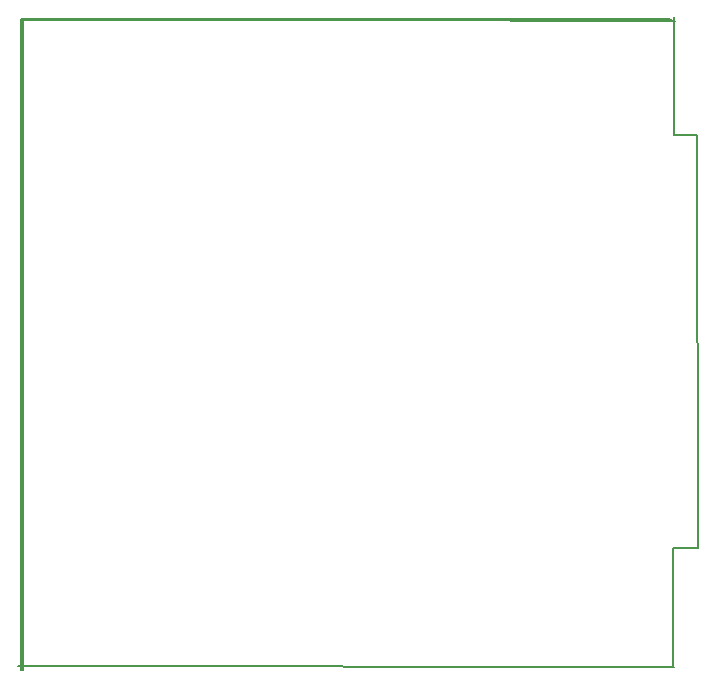
<source format=gbr>
G04 #@! TF.FileFunction,Profile,NP*
%FSLAX46Y46*%
G04 Gerber Fmt 4.6, Leading zero omitted, Abs format (unit mm)*
G04 Created by KiCad (PCBNEW 4.0.6) date 05/07/17 20:49:46*
%MOMM*%
%LPD*%
G01*
G04 APERTURE LIST*
%ADD10C,0.100000*%
%ADD11C,0.150000*%
G04 APERTURE END LIST*
D10*
D11*
X146019500Y-87638700D02*
X146058500Y-77597100D01*
X145919700Y-122600100D02*
X148093500Y-122574700D01*
X148093500Y-122574700D02*
X147988900Y-87640900D01*
X147988900Y-87640900D02*
X146019500Y-87638700D01*
X145902700Y-132696100D02*
X145919700Y-122600100D01*
X146058500Y-132637100D02*
X90480900Y-132589300D01*
X90730100Y-77797900D02*
X145730100Y-77797900D01*
X90730100Y-132797900D02*
X90730100Y-77797900D01*
X146105100Y-77945900D02*
X90765100Y-77831900D01*
X90765100Y-132831900D02*
X90765100Y-77831900D01*
X90884100Y-77895900D02*
X145884100Y-77895900D01*
X90884100Y-132895900D02*
X90884100Y-77895900D01*
X145775100Y-77895900D02*
X90775100Y-77895900D01*
X90775100Y-132895900D02*
X90775100Y-77895900D01*
M02*

</source>
